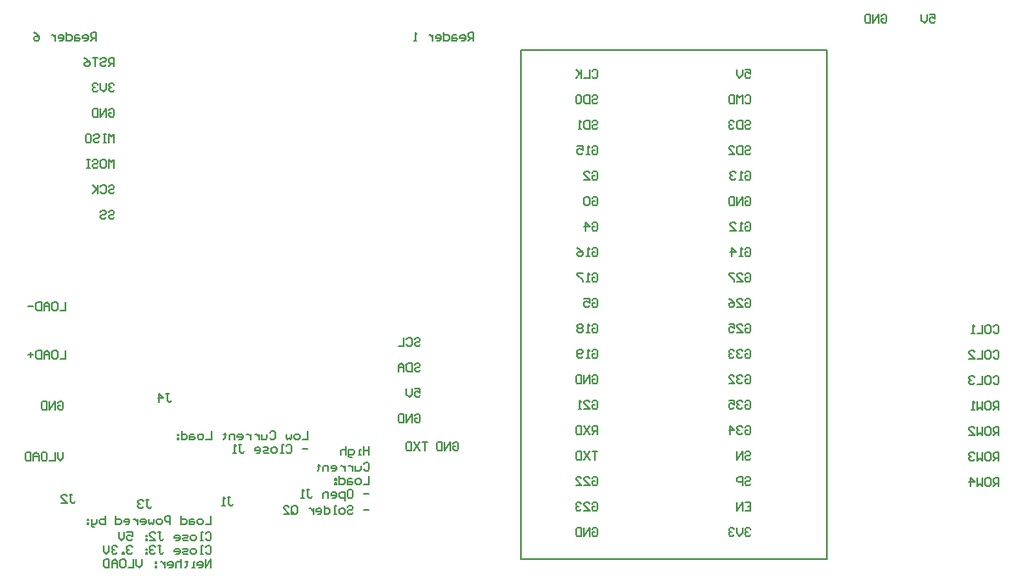
<source format=gbo>
G04*
G04 #@! TF.GenerationSoftware,Altium Limited,Altium Designer,18.0.7 (293)*
G04*
G04 Layer_Color=32896*
%FSLAX25Y25*%
%MOIN*%
G70*
G01*
G75*
%ADD14C,0.00600*%
D14*
X320000Y320000D02*
X320000Y120000D01*
X200000Y320000D02*
X320000D01*
X200000Y120000D02*
Y320000D01*
Y120000D02*
X320000D01*
X33400Y323600D02*
Y326800D01*
X31800D01*
X31267Y326267D01*
Y325200D01*
X31800Y324667D01*
X33400D01*
X32333D02*
X31267Y323600D01*
X28600D02*
X29667D01*
X30200Y324133D01*
Y325200D01*
X29667Y325733D01*
X28600D01*
X28067Y325200D01*
Y324667D01*
X30200D01*
X26467Y325733D02*
X25401D01*
X24867Y325200D01*
Y323600D01*
X26467D01*
X27000Y324133D01*
X26467Y324667D01*
X24867D01*
X21667Y326800D02*
Y323600D01*
X23267D01*
X23801Y324133D01*
Y325200D01*
X23267Y325733D01*
X21667D01*
X19001Y323600D02*
X20068D01*
X20601Y324133D01*
Y325200D01*
X20068Y325733D01*
X19001D01*
X18468Y325200D01*
Y324667D01*
X20601D01*
X17401Y325733D02*
Y323600D01*
Y324667D01*
X16868Y325200D01*
X16335Y325733D01*
X15801D01*
X8868Y326800D02*
X9935Y326267D01*
X11002Y325200D01*
Y324133D01*
X10468Y323600D01*
X9402D01*
X8868Y324133D01*
Y324667D01*
X9402Y325200D01*
X11002D01*
X21400Y220800D02*
Y217600D01*
X19267D01*
X16600Y220800D02*
X17667D01*
X18200Y220267D01*
Y218133D01*
X17667Y217600D01*
X16600D01*
X16067Y218133D01*
Y220267D01*
X16600Y220800D01*
X15000Y217600D02*
Y219733D01*
X13934Y220800D01*
X12867Y219733D01*
Y217600D01*
Y219200D01*
X15000D01*
X11801Y220800D02*
Y217600D01*
X10201D01*
X9668Y218133D01*
Y220267D01*
X10201Y220800D01*
X11801D01*
X8601Y219200D02*
X6468D01*
X385267Y191267D02*
X385800Y191800D01*
X386867D01*
X387400Y191267D01*
Y189133D01*
X386867Y188600D01*
X385800D01*
X385267Y189133D01*
X382600Y191800D02*
X383667D01*
X384200Y191267D01*
Y189133D01*
X383667Y188600D01*
X382600D01*
X382067Y189133D01*
Y191267D01*
X382600Y191800D01*
X381000D02*
Y188600D01*
X378867D01*
X377801Y191267D02*
X377267Y191800D01*
X376201D01*
X375668Y191267D01*
Y190733D01*
X376201Y190200D01*
X376734D01*
X376201D01*
X375668Y189667D01*
Y189133D01*
X376201Y188600D01*
X377267D01*
X377801Y189133D01*
X387400Y168600D02*
Y171800D01*
X385800D01*
X385267Y171266D01*
Y170200D01*
X385800Y169667D01*
X387400D01*
X386333D02*
X385267Y168600D01*
X382600Y171800D02*
X383667D01*
X384200Y171266D01*
Y169133D01*
X383667Y168600D01*
X382600D01*
X382067Y169133D01*
Y171266D01*
X382600Y171800D01*
X381000D02*
Y168600D01*
X379934Y169667D01*
X378867Y168600D01*
Y171800D01*
X375668Y168600D02*
X377801D01*
X375668Y170733D01*
Y171266D01*
X376201Y171800D01*
X377267D01*
X377801Y171266D01*
X163400Y165800D02*
X161267D01*
X162333D01*
Y162600D01*
X160200Y165800D02*
X158067Y162600D01*
Y165800D02*
X160200Y162600D01*
X157001Y165800D02*
Y162600D01*
X155401D01*
X154867Y163133D01*
Y165267D01*
X155401Y165800D01*
X157001D01*
X158267Y186800D02*
X160400D01*
Y185200D01*
X159333Y185733D01*
X158800D01*
X158267Y185200D01*
Y184133D01*
X158800Y183600D01*
X159867D01*
X160400Y184133D01*
X157200Y186800D02*
Y184667D01*
X156134Y183600D01*
X155067Y184667D01*
Y186800D01*
X38267Y296267D02*
X38800Y296800D01*
X39867D01*
X40400Y296267D01*
Y294133D01*
X39867Y293600D01*
X38800D01*
X38267Y294133D01*
Y295200D01*
X39333D01*
X37200Y293600D02*
Y296800D01*
X35067Y293600D01*
Y296800D01*
X34001D02*
Y293600D01*
X32401D01*
X31867Y294133D01*
Y296267D01*
X32401Y296800D01*
X34001D01*
X360267Y333800D02*
X362400D01*
Y332200D01*
X361333Y332733D01*
X360800D01*
X360267Y332200D01*
Y331133D01*
X360800Y330600D01*
X361867D01*
X362400Y331133D01*
X359200Y333800D02*
Y331667D01*
X358134Y330600D01*
X357067Y331667D01*
Y333800D01*
X40400Y313600D02*
Y316800D01*
X38800D01*
X38267Y316266D01*
Y315200D01*
X38800Y314667D01*
X40400D01*
X39333D02*
X38267Y313600D01*
X35067Y316266D02*
X35600Y316800D01*
X36667D01*
X37200Y316266D01*
Y315733D01*
X36667Y315200D01*
X35600D01*
X35067Y314667D01*
Y314133D01*
X35600Y313600D01*
X36667D01*
X37200Y314133D01*
X34001Y316800D02*
X31867D01*
X32934D01*
Y313600D01*
X28668Y316800D02*
X29734Y316266D01*
X30801Y315200D01*
Y314133D01*
X30267Y313600D01*
X29201D01*
X28668Y314133D01*
Y314667D01*
X29201Y315200D01*
X30801D01*
X173267Y165267D02*
X173800Y165800D01*
X174867D01*
X175400Y165267D01*
Y163133D01*
X174867Y162600D01*
X173800D01*
X173267Y163133D01*
Y164200D01*
X174333D01*
X172200Y162600D02*
Y165800D01*
X170067Y162600D01*
Y165800D01*
X169000D02*
Y162600D01*
X167401D01*
X166867Y163133D01*
Y165267D01*
X167401Y165800D01*
X169000D01*
X385267Y201267D02*
X385800Y201800D01*
X386867D01*
X387400Y201267D01*
Y199133D01*
X386867Y198600D01*
X385800D01*
X385267Y199133D01*
X382600Y201800D02*
X383667D01*
X384200Y201267D01*
Y199133D01*
X383667Y198600D01*
X382600D01*
X382067Y199133D01*
Y201267D01*
X382600Y201800D01*
X381000D02*
Y198600D01*
X378867D01*
X375668D02*
X377801D01*
X375668Y200733D01*
Y201267D01*
X376201Y201800D01*
X377267D01*
X377801Y201267D01*
X78400Y136706D02*
Y133506D01*
X76267D01*
X74667D02*
X73600D01*
X73067Y134039D01*
Y135106D01*
X73600Y135639D01*
X74667D01*
X75200Y135106D01*
Y134039D01*
X74667Y133506D01*
X71467Y135639D02*
X70401D01*
X69867Y135106D01*
Y133506D01*
X71467D01*
X72000Y134039D01*
X71467Y134572D01*
X69867D01*
X66668Y136706D02*
Y133506D01*
X68267D01*
X68801Y134039D01*
Y135106D01*
X68267Y135639D01*
X66668D01*
X62401Y133506D02*
Y136706D01*
X60801D01*
X60268Y136172D01*
Y135106D01*
X60801Y134572D01*
X62401D01*
X58668Y133506D02*
X57602D01*
X57068Y134039D01*
Y135106D01*
X57602Y135639D01*
X58668D01*
X59201Y135106D01*
Y134039D01*
X58668Y133506D01*
X56002Y135639D02*
Y134039D01*
X55468Y133506D01*
X54935Y134039D01*
X54402Y133506D01*
X53869Y134039D01*
Y135639D01*
X51202Y133506D02*
X52269D01*
X52802Y134039D01*
Y135106D01*
X52269Y135639D01*
X51202D01*
X50669Y135106D01*
Y134572D01*
X52802D01*
X49602Y135639D02*
Y133506D01*
Y134572D01*
X49069Y135106D01*
X48536Y135639D01*
X48002D01*
X44802Y133506D02*
X45869D01*
X46402Y134039D01*
Y135106D01*
X45869Y135639D01*
X44802D01*
X44269Y135106D01*
Y134572D01*
X46402D01*
X41069Y136706D02*
Y133506D01*
X42669D01*
X43203Y134039D01*
Y135106D01*
X42669Y135639D01*
X41069D01*
X36803Y136706D02*
Y133506D01*
X35203D01*
X34670Y134039D01*
Y134572D01*
Y135106D01*
X35203Y135639D01*
X36803D01*
X33603D02*
Y134039D01*
X33070Y133506D01*
X31470D01*
Y132972D01*
X32004Y132439D01*
X32537D01*
X31470Y133506D02*
Y135639D01*
X30404D02*
X29870D01*
Y135106D01*
X30404D01*
Y135639D01*
Y134039D02*
X29870D01*
Y133506D01*
X30404D01*
Y134039D01*
X76267Y129826D02*
X76800Y130359D01*
X77867D01*
X78400Y129826D01*
Y127693D01*
X77867Y127159D01*
X76800D01*
X76267Y127693D01*
X75200Y127159D02*
X74134D01*
X74667D01*
Y130359D01*
X75200D01*
X72000Y127159D02*
X70934D01*
X70401Y127693D01*
Y128759D01*
X70934Y129293D01*
X72000D01*
X72534Y128759D01*
Y127693D01*
X72000Y127159D01*
X69334D02*
X67734D01*
X67201Y127693D01*
X67734Y128226D01*
X68801D01*
X69334Y128759D01*
X68801Y129293D01*
X67201D01*
X64534Y127159D02*
X65601D01*
X66134Y127693D01*
Y128759D01*
X65601Y129293D01*
X64534D01*
X64001Y128759D01*
Y128226D01*
X66134D01*
X57602Y130359D02*
X58668D01*
X58135D01*
Y127693D01*
X58668Y127159D01*
X59201D01*
X59735Y127693D01*
X54402Y127159D02*
X56535D01*
X54402Y129293D01*
Y129826D01*
X54935Y130359D01*
X56002D01*
X56535Y129826D01*
X53335Y129293D02*
X52802D01*
Y128759D01*
X53335D01*
Y129293D01*
Y127693D02*
X52802D01*
Y127159D01*
X53335D01*
Y127693D01*
X45336Y130359D02*
X47469D01*
Y128759D01*
X46402Y129293D01*
X45869D01*
X45336Y128759D01*
Y127693D01*
X45869Y127159D01*
X46936D01*
X47469Y127693D01*
X44269Y130359D02*
Y128226D01*
X43203Y127159D01*
X42136Y128226D01*
Y130359D01*
X76267Y124546D02*
X76800Y125080D01*
X77867D01*
X78400Y124546D01*
Y122413D01*
X77867Y121880D01*
X76800D01*
X76267Y122413D01*
X75200Y121880D02*
X74134D01*
X74667D01*
Y125080D01*
X75200D01*
X72000Y121880D02*
X70934D01*
X70401Y122413D01*
Y123480D01*
X70934Y124013D01*
X72000D01*
X72534Y123480D01*
Y122413D01*
X72000Y121880D01*
X69334D02*
X67734D01*
X67201Y122413D01*
X67734Y122946D01*
X68801D01*
X69334Y123480D01*
X68801Y124013D01*
X67201D01*
X64534Y121880D02*
X65601D01*
X66134Y122413D01*
Y123480D01*
X65601Y124013D01*
X64534D01*
X64001Y123480D01*
Y122946D01*
X66134D01*
X57602Y125080D02*
X58668D01*
X58135D01*
Y122413D01*
X58668Y121880D01*
X59201D01*
X59735Y122413D01*
X56535Y124546D02*
X56002Y125080D01*
X54935D01*
X54402Y124546D01*
Y124013D01*
X54935Y123480D01*
X55468D01*
X54935D01*
X54402Y122946D01*
Y122413D01*
X54935Y121880D01*
X56002D01*
X56535Y122413D01*
X53335Y124013D02*
X52802D01*
Y123480D01*
X53335D01*
Y124013D01*
Y122413D02*
X52802D01*
Y121880D01*
X53335D01*
Y122413D01*
X47469Y124546D02*
X46936Y125080D01*
X45869D01*
X45336Y124546D01*
Y124013D01*
X45869Y123480D01*
X46402D01*
X45869D01*
X45336Y122946D01*
Y122413D01*
X45869Y121880D01*
X46936D01*
X47469Y122413D01*
X44269Y121880D02*
Y122413D01*
X43736D01*
Y121880D01*
X44269D01*
X41603Y124546D02*
X41069Y125080D01*
X40003D01*
X39470Y124546D01*
Y124013D01*
X40003Y123480D01*
X40536D01*
X40003D01*
X39470Y122946D01*
Y122413D01*
X40003Y121880D01*
X41069D01*
X41603Y122413D01*
X38403Y125080D02*
Y122946D01*
X37336Y121880D01*
X36270Y122946D01*
Y125080D01*
X78400Y116600D02*
Y119800D01*
X76267Y116600D01*
Y119800D01*
X73600Y116600D02*
X74667D01*
X75200Y117133D01*
Y118200D01*
X74667Y118733D01*
X73600D01*
X73067Y118200D01*
Y117667D01*
X75200D01*
X72000Y116600D02*
X70934D01*
X71467D01*
Y118733D01*
X72000D01*
X68801Y119266D02*
Y118733D01*
X69334D01*
X68267D01*
X68801D01*
Y117133D01*
X68267Y116600D01*
X66668Y119800D02*
Y116600D01*
Y118200D01*
X66134Y118733D01*
X65068D01*
X64534Y118200D01*
Y116600D01*
X61868D02*
X62934D01*
X63468Y117133D01*
Y118200D01*
X62934Y118733D01*
X61868D01*
X61335Y118200D01*
Y117667D01*
X63468D01*
X60268Y118733D02*
Y116600D01*
Y117667D01*
X59735Y118200D01*
X59201Y118733D01*
X58668D01*
X57068D02*
X56535D01*
Y118200D01*
X57068D01*
Y118733D01*
Y117133D02*
X56535D01*
Y116600D01*
X57068D01*
Y117133D01*
X51202Y119800D02*
Y117667D01*
X50135Y116600D01*
X49069Y117667D01*
Y119800D01*
X48002D02*
Y116600D01*
X45869D01*
X43203Y119800D02*
X44269D01*
X44802Y119266D01*
Y117133D01*
X44269Y116600D01*
X43203D01*
X42669Y117133D01*
Y119266D01*
X43203Y119800D01*
X41603Y116600D02*
Y118733D01*
X40536Y119800D01*
X39470Y118733D01*
Y116600D01*
Y118200D01*
X41603D01*
X38403Y119800D02*
Y116600D01*
X36803D01*
X36270Y117133D01*
Y119266D01*
X36803Y119800D01*
X38403D01*
X38267Y256266D02*
X38800Y256800D01*
X39867D01*
X40400Y256266D01*
Y255733D01*
X39867Y255200D01*
X38800D01*
X38267Y254667D01*
Y254133D01*
X38800Y253600D01*
X39867D01*
X40400Y254133D01*
X35067Y256266D02*
X35600Y256800D01*
X36667D01*
X37200Y256266D01*
Y255733D01*
X36667Y255200D01*
X35600D01*
X35067Y254667D01*
Y254133D01*
X35600Y253600D01*
X36667D01*
X37200Y254133D01*
X18267Y181266D02*
X18800Y181800D01*
X19867D01*
X20400Y181266D01*
Y179133D01*
X19867Y178600D01*
X18800D01*
X18267Y179133D01*
Y180200D01*
X19333D01*
X17200Y178600D02*
Y181800D01*
X15067Y178600D01*
Y181800D01*
X14001D02*
Y178600D01*
X12401D01*
X11867Y179133D01*
Y181266D01*
X12401Y181800D01*
X14001D01*
X40400Y283600D02*
Y286800D01*
X39333Y285733D01*
X38267Y286800D01*
Y283600D01*
X37200Y286800D02*
X36134D01*
X36667D01*
Y283600D01*
X37200D01*
X36134D01*
X32401Y286266D02*
X32934Y286800D01*
X34001D01*
X34534Y286266D01*
Y285733D01*
X34001Y285200D01*
X32934D01*
X32401Y284667D01*
Y284133D01*
X32934Y283600D01*
X34001D01*
X34534Y284133D01*
X29734Y286800D02*
X30801D01*
X31334Y286266D01*
Y284133D01*
X30801Y283600D01*
X29734D01*
X29201Y284133D01*
Y286266D01*
X29734Y286800D01*
X21400Y201800D02*
Y198600D01*
X19267D01*
X16600Y201800D02*
X17667D01*
X18200Y201267D01*
Y199133D01*
X17667Y198600D01*
X16600D01*
X16067Y199133D01*
Y201267D01*
X16600Y201800D01*
X15000Y198600D02*
Y200733D01*
X13934Y201800D01*
X12867Y200733D01*
Y198600D01*
Y200200D01*
X15000D01*
X11801Y201800D02*
Y198600D01*
X10201D01*
X9668Y199133D01*
Y201267D01*
X10201Y201800D01*
X11801D01*
X8601Y200200D02*
X6468D01*
X7534Y201267D02*
Y199133D01*
X38267Y266266D02*
X38800Y266800D01*
X39867D01*
X40400Y266266D01*
Y265733D01*
X39867Y265200D01*
X38800D01*
X38267Y264667D01*
Y264133D01*
X38800Y263600D01*
X39867D01*
X40400Y264133D01*
X35067Y266266D02*
X35600Y266800D01*
X36667D01*
X37200Y266266D01*
Y264133D01*
X36667Y263600D01*
X35600D01*
X35067Y264133D01*
X34001Y266800D02*
Y263600D01*
Y264667D01*
X31867Y266800D01*
X33467Y265200D01*
X31867Y263600D01*
X116400Y170080D02*
Y166880D01*
X114267D01*
X112667D02*
X111600D01*
X111067Y167413D01*
Y168480D01*
X111600Y169013D01*
X112667D01*
X113200Y168480D01*
Y167413D01*
X112667Y166880D01*
X110001Y169013D02*
Y167413D01*
X109467Y166880D01*
X108934Y167413D01*
X108401Y166880D01*
X107867Y167413D01*
Y169013D01*
X101468Y169546D02*
X102001Y170080D01*
X103068D01*
X103601Y169546D01*
Y167413D01*
X103068Y166880D01*
X102001D01*
X101468Y167413D01*
X100401Y169013D02*
Y167413D01*
X99868Y166880D01*
X98268D01*
Y169013D01*
X97201D02*
Y166880D01*
Y167946D01*
X96668Y168480D01*
X96135Y169013D01*
X95602D01*
X94002D02*
Y166880D01*
Y167946D01*
X93468Y168480D01*
X92935Y169013D01*
X92402D01*
X89202Y166880D02*
X90269D01*
X90802Y167413D01*
Y168480D01*
X90269Y169013D01*
X89202D01*
X88669Y168480D01*
Y167946D01*
X90802D01*
X87602Y166880D02*
Y169013D01*
X86002D01*
X85469Y168480D01*
Y166880D01*
X83869Y169546D02*
Y169013D01*
X84402D01*
X83336D01*
X83869D01*
Y167413D01*
X83336Y166880D01*
X78536Y170080D02*
Y166880D01*
X76403D01*
X74803D02*
X73737D01*
X73203Y167413D01*
Y168480D01*
X73737Y169013D01*
X74803D01*
X75336Y168480D01*
Y167413D01*
X74803Y166880D01*
X71603Y169013D02*
X70537D01*
X70003Y168480D01*
Y166880D01*
X71603D01*
X72137Y167413D01*
X71603Y167946D01*
X70003D01*
X66804Y170080D02*
Y166880D01*
X68404D01*
X68937Y167413D01*
Y168480D01*
X68404Y169013D01*
X66804D01*
X65737D02*
X65204D01*
Y168480D01*
X65737D01*
Y169013D01*
Y167413D02*
X65204D01*
Y166880D01*
X65737D01*
Y167413D01*
X116400Y163200D02*
X114267D01*
X107867Y164267D02*
X108401Y164800D01*
X109467D01*
X110001Y164267D01*
Y162133D01*
X109467Y161600D01*
X108401D01*
X107867Y162133D01*
X106801Y161600D02*
X105734D01*
X106267D01*
Y164800D01*
X106801D01*
X103601Y161600D02*
X102534D01*
X102001Y162133D01*
Y163200D01*
X102534Y163733D01*
X103601D01*
X104134Y163200D01*
Y162133D01*
X103601Y161600D01*
X100935D02*
X99335D01*
X98801Y162133D01*
X99335Y162667D01*
X100401D01*
X100935Y163200D01*
X100401Y163733D01*
X98801D01*
X96135Y161600D02*
X97201D01*
X97735Y162133D01*
Y163200D01*
X97201Y163733D01*
X96135D01*
X95602Y163200D01*
Y162667D01*
X97735D01*
X89202Y164800D02*
X90269D01*
X89735D01*
Y162133D01*
X90269Y161600D01*
X90802D01*
X91335Y162133D01*
X88135Y161600D02*
X87069D01*
X87602D01*
Y164800D01*
X88135Y164267D01*
X181400Y323600D02*
Y326800D01*
X179800D01*
X179267Y326267D01*
Y325200D01*
X179800Y324667D01*
X181400D01*
X180333D02*
X179267Y323600D01*
X176600D02*
X177667D01*
X178200Y324133D01*
Y325200D01*
X177667Y325733D01*
X176600D01*
X176067Y325200D01*
Y324667D01*
X178200D01*
X174467Y325733D02*
X173401D01*
X172867Y325200D01*
Y323600D01*
X174467D01*
X175001Y324133D01*
X174467Y324667D01*
X172867D01*
X169668Y326800D02*
Y323600D01*
X171267D01*
X171801Y324133D01*
Y325200D01*
X171267Y325733D01*
X169668D01*
X167001Y323600D02*
X168068D01*
X168601Y324133D01*
Y325200D01*
X168068Y325733D01*
X167001D01*
X166468Y325200D01*
Y324667D01*
X168601D01*
X165401Y325733D02*
Y323600D01*
Y324667D01*
X164868Y325200D01*
X164335Y325733D01*
X163801D01*
X159002Y323600D02*
X157935D01*
X158468D01*
Y326800D01*
X159002Y326267D01*
X387400Y158600D02*
Y161800D01*
X385800D01*
X385267Y161267D01*
Y160200D01*
X385800Y159667D01*
X387400D01*
X386333D02*
X385267Y158600D01*
X382600Y161800D02*
X383667D01*
X384200Y161267D01*
Y159133D01*
X383667Y158600D01*
X382600D01*
X382067Y159133D01*
Y161267D01*
X382600Y161800D01*
X381000D02*
Y158600D01*
X379934Y159667D01*
X378867Y158600D01*
Y161800D01*
X377801Y161267D02*
X377267Y161800D01*
X376201D01*
X375668Y161267D01*
Y160733D01*
X376201Y160200D01*
X376734D01*
X376201D01*
X375668Y159667D01*
Y159133D01*
X376201Y158600D01*
X377267D01*
X377801Y159133D01*
X158267Y176267D02*
X158800Y176800D01*
X159867D01*
X160400Y176267D01*
Y174133D01*
X159867Y173600D01*
X158800D01*
X158267Y174133D01*
Y175200D01*
X159333D01*
X157200Y173600D02*
Y176800D01*
X155067Y173600D01*
Y176800D01*
X154000D02*
Y173600D01*
X152401D01*
X151867Y174133D01*
Y176267D01*
X152401Y176800D01*
X154000D01*
X40400Y273600D02*
Y276800D01*
X39333Y275733D01*
X38267Y276800D01*
Y273600D01*
X35600Y276800D02*
X36667D01*
X37200Y276267D01*
Y274133D01*
X36667Y273600D01*
X35600D01*
X35067Y274133D01*
Y276267D01*
X35600Y276800D01*
X31867Y276267D02*
X32401Y276800D01*
X33467D01*
X34001Y276267D01*
Y275733D01*
X33467Y275200D01*
X32401D01*
X31867Y274667D01*
Y274133D01*
X32401Y273600D01*
X33467D01*
X34001Y274133D01*
X30801Y276800D02*
X29734D01*
X30267D01*
Y273600D01*
X30801D01*
X29734D01*
X140400Y164052D02*
Y160852D01*
Y162452D01*
X138267D01*
Y164052D01*
Y160852D01*
X137200D02*
X136134D01*
X136667D01*
Y162985D01*
X137200D01*
X133467Y159785D02*
X132934D01*
X132401Y160319D01*
Y162985D01*
X134001D01*
X134534Y162452D01*
Y161385D01*
X134001Y160852D01*
X132401D01*
X131334Y164052D02*
Y160852D01*
Y162452D01*
X130801Y162985D01*
X129734D01*
X129201Y162452D01*
Y160852D01*
X138267Y157172D02*
X138800Y157705D01*
X139867D01*
X140400Y157172D01*
Y155039D01*
X139867Y154506D01*
X138800D01*
X138267Y155039D01*
X137200Y156639D02*
Y155039D01*
X136667Y154506D01*
X135067D01*
Y156639D01*
X134001D02*
Y154506D01*
Y155572D01*
X133467Y156106D01*
X132934Y156639D01*
X132401D01*
X130801D02*
Y154506D01*
Y155572D01*
X130267Y156106D01*
X129734Y156639D01*
X129201D01*
X126001Y154506D02*
X127068D01*
X127601Y155039D01*
Y156106D01*
X127068Y156639D01*
X126001D01*
X125468Y156106D01*
Y155572D01*
X127601D01*
X124401Y154506D02*
Y156639D01*
X122801D01*
X122268Y156106D01*
Y154506D01*
X120668Y157172D02*
Y156639D01*
X121201D01*
X120135D01*
X120668D01*
Y155039D01*
X120135Y154506D01*
X140400Y152426D02*
Y149226D01*
X138267D01*
X136667D02*
X135600D01*
X135067Y149759D01*
Y150826D01*
X135600Y151359D01*
X136667D01*
X137200Y150826D01*
Y149759D01*
X136667Y149226D01*
X133467Y151359D02*
X132401D01*
X131867Y150826D01*
Y149226D01*
X133467D01*
X134001Y149759D01*
X133467Y150293D01*
X131867D01*
X128668Y152426D02*
Y149226D01*
X130267D01*
X130801Y149759D01*
Y150826D01*
X130267Y151359D01*
X128668D01*
X127601D02*
X127068D01*
Y150826D01*
X127601D01*
Y151359D01*
Y149759D02*
X127068D01*
Y149226D01*
X127601D01*
Y149759D01*
X140400Y145546D02*
X138267D01*
X132401Y147146D02*
X133467D01*
X134001Y146613D01*
Y144480D01*
X133467Y143946D01*
X132401D01*
X131867Y144480D01*
Y146613D01*
X132401Y147146D01*
X130801Y142880D02*
Y146080D01*
X129201D01*
X128668Y145546D01*
Y144480D01*
X129201Y143946D01*
X130801D01*
X126001D02*
X127068D01*
X127601Y144480D01*
Y145546D01*
X127068Y146080D01*
X126001D01*
X125468Y145546D01*
Y145013D01*
X127601D01*
X124401Y143946D02*
Y146080D01*
X122801D01*
X122268Y145546D01*
Y143946D01*
X115868Y147146D02*
X116935D01*
X116402D01*
Y144480D01*
X116935Y143946D01*
X117468D01*
X118002Y144480D01*
X114802Y143946D02*
X113735D01*
X114269D01*
Y147146D01*
X114802Y146613D01*
X140400Y139200D02*
X138267D01*
X131867Y140267D02*
X132401Y140800D01*
X133467D01*
X134001Y140267D01*
Y139733D01*
X133467Y139200D01*
X132401D01*
X131867Y138667D01*
Y138133D01*
X132401Y137600D01*
X133467D01*
X134001Y138133D01*
X130267Y137600D02*
X129201D01*
X128668Y138133D01*
Y139200D01*
X129201Y139733D01*
X130267D01*
X130801Y139200D01*
Y138133D01*
X130267Y137600D01*
X127601D02*
X126534D01*
X127068D01*
Y140800D01*
X127601D01*
X122801D02*
Y137600D01*
X124401D01*
X124934Y138133D01*
Y139200D01*
X124401Y139733D01*
X122801D01*
X120135Y137600D02*
X121201D01*
X121735Y138133D01*
Y139200D01*
X121201Y139733D01*
X120135D01*
X119602Y139200D01*
Y138667D01*
X121735D01*
X118535Y139733D02*
Y137600D01*
Y138667D01*
X118002Y139200D01*
X117468Y139733D01*
X116935D01*
X110002Y138133D02*
Y140267D01*
X110536Y140800D01*
X111602D01*
X112136Y140267D01*
Y138133D01*
X111602Y137600D01*
X110536D01*
X111069Y138667D02*
X110002Y137600D01*
X110536D02*
X110002Y138133D01*
X106802Y137600D02*
X108936D01*
X106802Y139733D01*
Y140267D01*
X107336Y140800D01*
X108402D01*
X108936Y140267D01*
X158267Y196266D02*
X158800Y196800D01*
X159867D01*
X160400Y196266D01*
Y195733D01*
X159867Y195200D01*
X158800D01*
X158267Y194667D01*
Y194133D01*
X158800Y193600D01*
X159867D01*
X160400Y194133D01*
X157200Y196800D02*
Y193600D01*
X155600D01*
X155067Y194133D01*
Y196266D01*
X155600Y196800D01*
X157200D01*
X154000Y193600D02*
Y195733D01*
X152934Y196800D01*
X151867Y195733D01*
Y193600D01*
Y195200D01*
X154000D01*
X341267Y333266D02*
X341800Y333800D01*
X342867D01*
X343400Y333266D01*
Y331133D01*
X342867Y330600D01*
X341800D01*
X341267Y331133D01*
Y332200D01*
X342333D01*
X340200Y330600D02*
Y333800D01*
X338067Y330600D01*
Y333800D01*
X337000D02*
Y330600D01*
X335401D01*
X334867Y331133D01*
Y333266D01*
X335401Y333800D01*
X337000D01*
X158267Y206266D02*
X158800Y206800D01*
X159867D01*
X160400Y206266D01*
Y205733D01*
X159867Y205200D01*
X158800D01*
X158267Y204667D01*
Y204133D01*
X158800Y203600D01*
X159867D01*
X160400Y204133D01*
X155067Y206266D02*
X155600Y206800D01*
X156667D01*
X157200Y206266D01*
Y204133D01*
X156667Y203600D01*
X155600D01*
X155067Y204133D01*
X154000Y206800D02*
Y203600D01*
X151867D01*
X387400Y178600D02*
Y181800D01*
X385800D01*
X385267Y181266D01*
Y180200D01*
X385800Y179667D01*
X387400D01*
X386333D02*
X385267Y178600D01*
X382600Y181800D02*
X383667D01*
X384200Y181266D01*
Y179133D01*
X383667Y178600D01*
X382600D01*
X382067Y179133D01*
Y181266D01*
X382600Y181800D01*
X381000D02*
Y178600D01*
X379934Y179667D01*
X378867Y178600D01*
Y181800D01*
X377801Y178600D02*
X376734D01*
X377267D01*
Y181800D01*
X377801Y181266D01*
X385267Y211266D02*
X385800Y211800D01*
X386867D01*
X387400Y211266D01*
Y209133D01*
X386867Y208600D01*
X385800D01*
X385267Y209133D01*
X382600Y211800D02*
X383667D01*
X384200Y211266D01*
Y209133D01*
X383667Y208600D01*
X382600D01*
X382067Y209133D01*
Y211266D01*
X382600Y211800D01*
X381000D02*
Y208600D01*
X378867D01*
X377801D02*
X376734D01*
X377267D01*
Y211800D01*
X377801Y211266D01*
X40400Y306266D02*
X39867Y306800D01*
X38800D01*
X38267Y306266D01*
Y305733D01*
X38800Y305200D01*
X39333D01*
X38800D01*
X38267Y304667D01*
Y304133D01*
X38800Y303600D01*
X39867D01*
X40400Y304133D01*
X37200Y306800D02*
Y304667D01*
X36134Y303600D01*
X35067Y304667D01*
Y306800D01*
X34001Y306266D02*
X33467Y306800D01*
X32401D01*
X31867Y306266D01*
Y305733D01*
X32401Y305200D01*
X32934D01*
X32401D01*
X31867Y304667D01*
Y304133D01*
X32401Y303600D01*
X33467D01*
X34001Y304133D01*
X20400Y161800D02*
Y159667D01*
X19333Y158600D01*
X18267Y159667D01*
Y161800D01*
X17200D02*
Y158600D01*
X15067D01*
X12401Y161800D02*
X13467D01*
X14001Y161267D01*
Y159133D01*
X13467Y158600D01*
X12401D01*
X11867Y159133D01*
Y161267D01*
X12401Y161800D01*
X10801Y158600D02*
Y160733D01*
X9734Y161800D01*
X8668Y160733D01*
Y158600D01*
Y160200D01*
X10801D01*
X7601Y161800D02*
Y158600D01*
X6001D01*
X5468Y159133D01*
Y161267D01*
X6001Y161800D01*
X7601D01*
X387400Y148600D02*
Y151800D01*
X385800D01*
X385267Y151267D01*
Y150200D01*
X385800Y149667D01*
X387400D01*
X386333D02*
X385267Y148600D01*
X382600Y151800D02*
X383667D01*
X384200Y151267D01*
Y149133D01*
X383667Y148600D01*
X382600D01*
X382067Y149133D01*
Y151267D01*
X382600Y151800D01*
X381000D02*
Y148600D01*
X379934Y149667D01*
X378867Y148600D01*
Y151800D01*
X376201Y148600D02*
Y151800D01*
X377801Y150200D01*
X375668D01*
X287867Y261666D02*
X288401Y262199D01*
X289467D01*
X290000Y261666D01*
Y259533D01*
X289467Y259000D01*
X288401D01*
X287867Y259533D01*
Y260599D01*
X288934D01*
X286801Y259000D02*
Y262199D01*
X284668Y259000D01*
Y262199D01*
X283602D02*
Y259000D01*
X282003D01*
X281469Y259533D01*
Y261666D01*
X282003Y262199D01*
X283602D01*
X227867Y191666D02*
X228400Y192199D01*
X229467D01*
X230000Y191666D01*
Y189533D01*
X229467Y189000D01*
X228400D01*
X227867Y189533D01*
Y190600D01*
X228934D01*
X226801Y189000D02*
Y192199D01*
X224668Y189000D01*
Y192199D01*
X223602D02*
Y189000D01*
X222003D01*
X221469Y189533D01*
Y191666D01*
X222003Y192199D01*
X223602D01*
X227867Y131666D02*
X228400Y132199D01*
X229467D01*
X230000Y131666D01*
Y129533D01*
X229467Y129000D01*
X228400D01*
X227867Y129533D01*
Y130599D01*
X228934D01*
X226801Y129000D02*
Y132199D01*
X224668Y129000D01*
Y132199D01*
X223602D02*
Y129000D01*
X222003D01*
X221469Y129533D01*
Y131666D01*
X222003Y132199D01*
X223602D01*
X227867Y141666D02*
X228400Y142199D01*
X229467D01*
X230000Y141666D01*
Y139533D01*
X229467Y139000D01*
X228400D01*
X227867Y139533D01*
Y140600D01*
X228934D01*
X224668Y139000D02*
X226801D01*
X224668Y141133D01*
Y141666D01*
X225202Y142199D01*
X226268D01*
X226801Y141666D01*
X223602D02*
X223069Y142199D01*
X222003D01*
X221469Y141666D01*
Y141133D01*
X222003Y140600D01*
X222536D01*
X222003D01*
X221469Y140066D01*
Y139533D01*
X222003Y139000D01*
X223069D01*
X223602Y139533D01*
X227867Y151666D02*
X228400Y152199D01*
X229467D01*
X230000Y151666D01*
Y149533D01*
X229467Y149000D01*
X228400D01*
X227867Y149533D01*
Y150600D01*
X228934D01*
X224668Y149000D02*
X226801D01*
X224668Y151133D01*
Y151666D01*
X225202Y152199D01*
X226268D01*
X226801Y151666D01*
X221469Y149000D02*
X223602D01*
X221469Y151133D01*
Y151666D01*
X222003Y152199D01*
X223069D01*
X223602Y151666D01*
X230000Y162199D02*
X227867D01*
X228934D01*
Y159000D01*
X226801Y162199D02*
X224668Y159000D01*
Y162199D02*
X226801Y159000D01*
X223602Y162199D02*
Y159000D01*
X222003D01*
X221469Y159533D01*
Y161666D01*
X222003Y162199D01*
X223602D01*
X230000Y169000D02*
Y172199D01*
X228400D01*
X227867Y171666D01*
Y170599D01*
X228400Y170066D01*
X230000D01*
X228934D02*
X227867Y169000D01*
X226801Y172199D02*
X224668Y169000D01*
Y172199D02*
X226801Y169000D01*
X223602Y172199D02*
Y169000D01*
X222003D01*
X221469Y169533D01*
Y171666D01*
X222003Y172199D01*
X223602D01*
X227867Y181666D02*
X228400Y182199D01*
X229467D01*
X230000Y181666D01*
Y179533D01*
X229467Y179000D01*
X228400D01*
X227867Y179533D01*
Y180599D01*
X228934D01*
X224668Y179000D02*
X226801D01*
X224668Y181133D01*
Y181666D01*
X225202Y182199D01*
X226268D01*
X226801Y181666D01*
X223602Y179000D02*
X222536D01*
X223069D01*
Y182199D01*
X223602Y181666D01*
X227867Y201666D02*
X228400Y202199D01*
X229467D01*
X230000Y201666D01*
Y199533D01*
X229467Y199000D01*
X228400D01*
X227867Y199533D01*
Y200600D01*
X228934D01*
X226801Y199000D02*
X225735D01*
X226268D01*
Y202199D01*
X226801Y201666D01*
X224135Y199533D02*
X223602Y199000D01*
X222536D01*
X222003Y199533D01*
Y201666D01*
X222536Y202199D01*
X223602D01*
X224135Y201666D01*
Y201133D01*
X223602Y200600D01*
X222003D01*
X227867Y211666D02*
X228400Y212199D01*
X229467D01*
X230000Y211666D01*
Y209533D01*
X229467Y209000D01*
X228400D01*
X227867Y209533D01*
Y210599D01*
X228934D01*
X226801Y209000D02*
X225735D01*
X226268D01*
Y212199D01*
X226801Y211666D01*
X224135D02*
X223602Y212199D01*
X222536D01*
X222003Y211666D01*
Y211133D01*
X222536Y210599D01*
X222003Y210066D01*
Y209533D01*
X222536Y209000D01*
X223602D01*
X224135Y209533D01*
Y210066D01*
X223602Y210599D01*
X224135Y211133D01*
Y211666D01*
X223602Y210599D02*
X222536D01*
X227867Y221666D02*
X228400Y222199D01*
X229467D01*
X230000Y221666D01*
Y219533D01*
X229467Y219000D01*
X228400D01*
X227867Y219533D01*
Y220600D01*
X228934D01*
X224668Y222199D02*
X226801D01*
Y220600D01*
X225735Y221133D01*
X225202D01*
X224668Y220600D01*
Y219533D01*
X225202Y219000D01*
X226268D01*
X226801Y219533D01*
X227867Y231666D02*
X228400Y232199D01*
X229467D01*
X230000Y231666D01*
Y229533D01*
X229467Y229000D01*
X228400D01*
X227867Y229533D01*
Y230599D01*
X228934D01*
X226801Y229000D02*
X225735D01*
X226268D01*
Y232199D01*
X226801Y231666D01*
X224135Y232199D02*
X222003D01*
Y231666D01*
X224135Y229533D01*
Y229000D01*
X227867Y241666D02*
X228400Y242199D01*
X229467D01*
X230000Y241666D01*
Y239533D01*
X229467Y239000D01*
X228400D01*
X227867Y239533D01*
Y240599D01*
X228934D01*
X226801Y239000D02*
X225735D01*
X226268D01*
Y242199D01*
X226801Y241666D01*
X222003Y242199D02*
X223069Y241666D01*
X224135Y240599D01*
Y239533D01*
X223602Y239000D01*
X222536D01*
X222003Y239533D01*
Y240066D01*
X222536Y240599D01*
X224135D01*
X227867Y251666D02*
X228400Y252199D01*
X229467D01*
X230000Y251666D01*
Y249533D01*
X229467Y249000D01*
X228400D01*
X227867Y249533D01*
Y250600D01*
X228934D01*
X225202Y249000D02*
Y252199D01*
X226801Y250600D01*
X224668D01*
X227867Y261666D02*
X228400Y262199D01*
X229467D01*
X230000Y261666D01*
Y259533D01*
X229467Y259000D01*
X228400D01*
X227867Y259533D01*
Y260599D01*
X228934D01*
X226801Y261666D02*
X226268Y262199D01*
X225202D01*
X224668Y261666D01*
Y259533D01*
X225202Y259000D01*
X226268D01*
X226801Y259533D01*
Y261666D01*
X227867Y271666D02*
X228400Y272199D01*
X229467D01*
X230000Y271666D01*
Y269533D01*
X229467Y269000D01*
X228400D01*
X227867Y269533D01*
Y270600D01*
X228934D01*
X224668Y269000D02*
X226801D01*
X224668Y271133D01*
Y271666D01*
X225202Y272199D01*
X226268D01*
X226801Y271666D01*
X227867Y281666D02*
X228400Y282199D01*
X229467D01*
X230000Y281666D01*
Y279533D01*
X229467Y279000D01*
X228400D01*
X227867Y279533D01*
Y280599D01*
X228934D01*
X226801Y279000D02*
X225735D01*
X226268D01*
Y282199D01*
X226801Y281666D01*
X222003Y282199D02*
X224135D01*
Y280599D01*
X223069Y281133D01*
X222536D01*
X222003Y280599D01*
Y279533D01*
X222536Y279000D01*
X223602D01*
X224135Y279533D01*
X227867Y291666D02*
X228400Y292199D01*
X229467D01*
X230000Y291666D01*
Y291133D01*
X229467Y290599D01*
X228400D01*
X227867Y290066D01*
Y289533D01*
X228400Y289000D01*
X229467D01*
X230000Y289533D01*
X226801Y292199D02*
Y289000D01*
X225202D01*
X224668Y289533D01*
Y291666D01*
X225202Y292199D01*
X226801D01*
X223602Y289000D02*
X222536D01*
X223069D01*
Y292199D01*
X223602Y291666D01*
X227867Y301666D02*
X228400Y302199D01*
X229467D01*
X230000Y301666D01*
Y301133D01*
X229467Y300600D01*
X228400D01*
X227867Y300066D01*
Y299533D01*
X228400Y299000D01*
X229467D01*
X230000Y299533D01*
X226801Y302199D02*
Y299000D01*
X225202D01*
X224668Y299533D01*
Y301666D01*
X225202Y302199D01*
X226801D01*
X223602Y301666D02*
X223069Y302199D01*
X222003D01*
X221469Y301666D01*
Y299533D01*
X222003Y299000D01*
X223069D01*
X223602Y299533D01*
Y301666D01*
X227867Y311666D02*
X228400Y312199D01*
X229467D01*
X230000Y311666D01*
Y309533D01*
X229467Y309000D01*
X228400D01*
X227867Y309533D01*
X226801Y312199D02*
Y309000D01*
X224668D01*
X223602Y312199D02*
Y309000D01*
Y310066D01*
X221469Y312199D01*
X223069Y310599D01*
X221469Y309000D01*
X287867Y312199D02*
X290000D01*
Y310599D01*
X288934Y311133D01*
X288401D01*
X287867Y310599D01*
Y309533D01*
X288401Y309000D01*
X289467D01*
X290000Y309533D01*
X286801Y312199D02*
Y310066D01*
X285735Y309000D01*
X284668Y310066D01*
Y312199D01*
X287867Y301666D02*
X288401Y302199D01*
X289467D01*
X290000Y301666D01*
Y299533D01*
X289467Y299000D01*
X288401D01*
X287867Y299533D01*
X286801Y299000D02*
Y302199D01*
X285735Y301133D01*
X284668Y302199D01*
Y299000D01*
X283602Y302199D02*
Y299000D01*
X282003D01*
X281469Y299533D01*
Y301666D01*
X282003Y302199D01*
X283602D01*
X287867Y291666D02*
X288401Y292199D01*
X289467D01*
X290000Y291666D01*
Y291133D01*
X289467Y290599D01*
X288401D01*
X287867Y290066D01*
Y289533D01*
X288401Y289000D01*
X289467D01*
X290000Y289533D01*
X286801Y292199D02*
Y289000D01*
X285202D01*
X284668Y289533D01*
Y291666D01*
X285202Y292199D01*
X286801D01*
X283602Y291666D02*
X283069Y292199D01*
X282003D01*
X281469Y291666D01*
Y291133D01*
X282003Y290599D01*
X282536D01*
X282003D01*
X281469Y290066D01*
Y289533D01*
X282003Y289000D01*
X283069D01*
X283602Y289533D01*
X287867Y281666D02*
X288401Y282199D01*
X289467D01*
X290000Y281666D01*
Y281133D01*
X289467Y280599D01*
X288401D01*
X287867Y280066D01*
Y279533D01*
X288401Y279000D01*
X289467D01*
X290000Y279533D01*
X286801Y282199D02*
Y279000D01*
X285202D01*
X284668Y279533D01*
Y281666D01*
X285202Y282199D01*
X286801D01*
X281469Y279000D02*
X283602D01*
X281469Y281133D01*
Y281666D01*
X282003Y282199D01*
X283069D01*
X283602Y281666D01*
X287867Y271666D02*
X288401Y272199D01*
X289467D01*
X290000Y271666D01*
Y269533D01*
X289467Y269000D01*
X288401D01*
X287867Y269533D01*
Y270600D01*
X288934D01*
X286801Y269000D02*
X285735D01*
X286268D01*
Y272199D01*
X286801Y271666D01*
X284135D02*
X283602Y272199D01*
X282536D01*
X282003Y271666D01*
Y271133D01*
X282536Y270600D01*
X283069D01*
X282536D01*
X282003Y270066D01*
Y269533D01*
X282536Y269000D01*
X283602D01*
X284135Y269533D01*
X287867Y251666D02*
X288401Y252199D01*
X289467D01*
X290000Y251666D01*
Y249533D01*
X289467Y249000D01*
X288401D01*
X287867Y249533D01*
Y250600D01*
X288934D01*
X286801Y249000D02*
X285735D01*
X286268D01*
Y252199D01*
X286801Y251666D01*
X282003Y249000D02*
X284135D01*
X282003Y251133D01*
Y251666D01*
X282536Y252199D01*
X283602D01*
X284135Y251666D01*
X287867Y241666D02*
X288401Y242199D01*
X289467D01*
X290000Y241666D01*
Y239533D01*
X289467Y239000D01*
X288401D01*
X287867Y239533D01*
Y240599D01*
X288934D01*
X286801Y239000D02*
X285735D01*
X286268D01*
Y242199D01*
X286801Y241666D01*
X282536Y239000D02*
Y242199D01*
X284135Y240599D01*
X282003D01*
X287867Y231666D02*
X288401Y232199D01*
X289467D01*
X290000Y231666D01*
Y229533D01*
X289467Y229000D01*
X288401D01*
X287867Y229533D01*
Y230599D01*
X288934D01*
X284668Y229000D02*
X286801D01*
X284668Y231133D01*
Y231666D01*
X285202Y232199D01*
X286268D01*
X286801Y231666D01*
X283602Y232199D02*
X281469D01*
Y231666D01*
X283602Y229533D01*
Y229000D01*
X287867Y221666D02*
X288401Y222199D01*
X289467D01*
X290000Y221666D01*
Y219533D01*
X289467Y219000D01*
X288401D01*
X287867Y219533D01*
Y220600D01*
X288934D01*
X284668Y219000D02*
X286801D01*
X284668Y221133D01*
Y221666D01*
X285202Y222199D01*
X286268D01*
X286801Y221666D01*
X281469Y222199D02*
X282536Y221666D01*
X283602Y220600D01*
Y219533D01*
X283069Y219000D01*
X282003D01*
X281469Y219533D01*
Y220066D01*
X282003Y220600D01*
X283602D01*
X287867Y211666D02*
X288401Y212199D01*
X289467D01*
X290000Y211666D01*
Y209533D01*
X289467Y209000D01*
X288401D01*
X287867Y209533D01*
Y210599D01*
X288934D01*
X284668Y209000D02*
X286801D01*
X284668Y211133D01*
Y211666D01*
X285202Y212199D01*
X286268D01*
X286801Y211666D01*
X281469Y212199D02*
X283602D01*
Y210599D01*
X282536Y211133D01*
X282003D01*
X281469Y210599D01*
Y209533D01*
X282003Y209000D01*
X283069D01*
X283602Y209533D01*
X287867Y201666D02*
X288401Y202199D01*
X289467D01*
X290000Y201666D01*
Y199533D01*
X289467Y199000D01*
X288401D01*
X287867Y199533D01*
Y200600D01*
X288934D01*
X286801Y201666D02*
X286268Y202199D01*
X285202D01*
X284668Y201666D01*
Y201133D01*
X285202Y200600D01*
X285735D01*
X285202D01*
X284668Y200066D01*
Y199533D01*
X285202Y199000D01*
X286268D01*
X286801Y199533D01*
X283602Y201666D02*
X283069Y202199D01*
X282003D01*
X281469Y201666D01*
Y201133D01*
X282003Y200600D01*
X282536D01*
X282003D01*
X281469Y200066D01*
Y199533D01*
X282003Y199000D01*
X283069D01*
X283602Y199533D01*
X287867Y191666D02*
X288401Y192199D01*
X289467D01*
X290000Y191666D01*
Y189533D01*
X289467Y189000D01*
X288401D01*
X287867Y189533D01*
Y190600D01*
X288934D01*
X286801Y191666D02*
X286268Y192199D01*
X285202D01*
X284668Y191666D01*
Y191133D01*
X285202Y190600D01*
X285735D01*
X285202D01*
X284668Y190066D01*
Y189533D01*
X285202Y189000D01*
X286268D01*
X286801Y189533D01*
X281469Y189000D02*
X283602D01*
X281469Y191133D01*
Y191666D01*
X282003Y192199D01*
X283069D01*
X283602Y191666D01*
X287867Y181666D02*
X288401Y182199D01*
X289467D01*
X290000Y181666D01*
Y179533D01*
X289467Y179000D01*
X288401D01*
X287867Y179533D01*
Y180599D01*
X288934D01*
X286801Y181666D02*
X286268Y182199D01*
X285202D01*
X284668Y181666D01*
Y181133D01*
X285202Y180599D01*
X285735D01*
X285202D01*
X284668Y180066D01*
Y179533D01*
X285202Y179000D01*
X286268D01*
X286801Y179533D01*
X281469Y182199D02*
X283602D01*
Y180599D01*
X282536Y181133D01*
X282003D01*
X281469Y180599D01*
Y179533D01*
X282003Y179000D01*
X283069D01*
X283602Y179533D01*
X287867Y171666D02*
X288401Y172199D01*
X289467D01*
X290000Y171666D01*
Y169533D01*
X289467Y169000D01*
X288401D01*
X287867Y169533D01*
Y170599D01*
X288934D01*
X286801Y171666D02*
X286268Y172199D01*
X285202D01*
X284668Y171666D01*
Y171133D01*
X285202Y170599D01*
X285735D01*
X285202D01*
X284668Y170066D01*
Y169533D01*
X285202Y169000D01*
X286268D01*
X286801Y169533D01*
X282003Y169000D02*
Y172199D01*
X283602Y170599D01*
X281469D01*
X287867Y161666D02*
X288401Y162199D01*
X289467D01*
X290000Y161666D01*
Y161133D01*
X289467Y160600D01*
X288401D01*
X287867Y160066D01*
Y159533D01*
X288401Y159000D01*
X289467D01*
X290000Y159533D01*
X286801Y159000D02*
Y162199D01*
X284668Y159000D01*
Y162199D01*
X287867Y151666D02*
X288401Y152199D01*
X289467D01*
X290000Y151666D01*
Y151133D01*
X289467Y150600D01*
X288401D01*
X287867Y150066D01*
Y149533D01*
X288401Y149000D01*
X289467D01*
X290000Y149533D01*
X286801Y149000D02*
Y152199D01*
X285202D01*
X284668Y151666D01*
Y150600D01*
X285202Y150066D01*
X286801D01*
X287867Y142199D02*
X290000D01*
Y139000D01*
X287867D01*
X290000Y140600D02*
X288934D01*
X286801Y139000D02*
Y142199D01*
X284668Y139000D01*
Y142199D01*
X290000Y131666D02*
X289467Y132199D01*
X288401D01*
X287867Y131666D01*
Y131133D01*
X288401Y130599D01*
X288934D01*
X288401D01*
X287867Y130066D01*
Y129533D01*
X288401Y129000D01*
X289467D01*
X290000Y129533D01*
X286801Y132199D02*
Y130066D01*
X285735Y129000D01*
X284668Y130066D01*
Y132199D01*
X283602Y131666D02*
X283069Y132199D01*
X282003D01*
X281469Y131666D01*
Y131133D01*
X282003Y130599D01*
X282536D01*
X282003D01*
X281469Y130066D01*
Y129533D01*
X282003Y129000D01*
X283069D01*
X283602Y129533D01*
X84867Y144199D02*
X85934D01*
X85400D01*
Y141533D01*
X85934Y141000D01*
X86467D01*
X87000Y141533D01*
X83801Y141000D02*
X82735D01*
X83268D01*
Y144199D01*
X83801Y143666D01*
X60767Y184699D02*
X61834D01*
X61300D01*
Y182033D01*
X61834Y181500D01*
X62367D01*
X62900Y182033D01*
X58101Y181500D02*
Y184699D01*
X59701Y183099D01*
X57568D01*
X52867Y143199D02*
X53934D01*
X53400D01*
Y140533D01*
X53934Y140000D01*
X54467D01*
X55000Y140533D01*
X51801Y142666D02*
X51268Y143199D01*
X50201D01*
X49668Y142666D01*
Y142133D01*
X50201Y141600D01*
X50735D01*
X50201D01*
X49668Y141066D01*
Y140533D01*
X50201Y140000D01*
X51268D01*
X51801Y140533D01*
X22867Y145199D02*
X23934D01*
X23401D01*
Y142533D01*
X23934Y142000D01*
X24467D01*
X25000Y142533D01*
X19668Y142000D02*
X21801D01*
X19668Y144133D01*
Y144666D01*
X20202Y145199D01*
X21268D01*
X21801Y144666D01*
M02*

</source>
